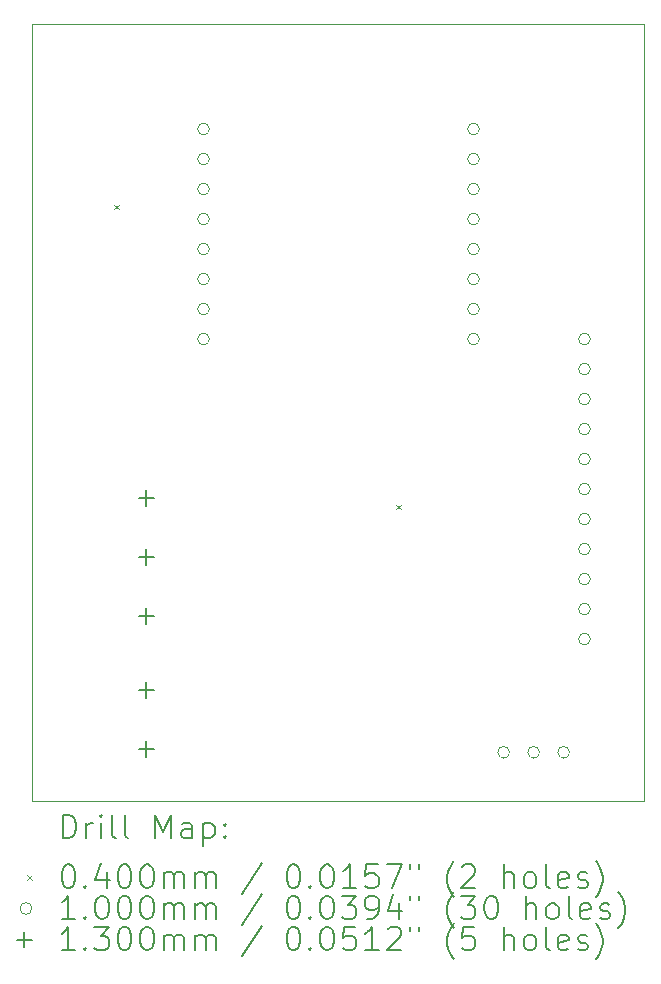
<source format=gbr>
%TF.GenerationSoftware,KiCad,Pcbnew,7.0.9*%
%TF.CreationDate,2023-11-08T10:56:30-08:00*%
%TF.ProjectId,RatGDO-OpenSource-D1Mini-ESP8266,52617447-444f-42d4-9f70-656e536f7572,2.5.0*%
%TF.SameCoordinates,Original*%
%TF.FileFunction,Drillmap*%
%TF.FilePolarity,Positive*%
%FSLAX45Y45*%
G04 Gerber Fmt 4.5, Leading zero omitted, Abs format (unit mm)*
G04 Created by KiCad (PCBNEW 7.0.9) date 2023-11-08 10:56:30*
%MOMM*%
%LPD*%
G01*
G04 APERTURE LIST*
%ADD10C,0.100000*%
%ADD11C,0.200000*%
%ADD12C,0.130000*%
G04 APERTURE END LIST*
D10*
X11506200Y-5715000D02*
X16687800Y-5715000D01*
X16687800Y-12293600D01*
X11506200Y-12293600D01*
X11506200Y-5715000D01*
D11*
D10*
X12197400Y-7244400D02*
X12237400Y-7284400D01*
X12237400Y-7244400D02*
X12197400Y-7284400D01*
X14585000Y-9784400D02*
X14625000Y-9824400D01*
X14625000Y-9784400D02*
X14585000Y-9824400D01*
X13004750Y-6604000D02*
G75*
G03*
X13004750Y-6604000I-50000J0D01*
G01*
X13004750Y-6858000D02*
G75*
G03*
X13004750Y-6858000I-50000J0D01*
G01*
X13004750Y-7112000D02*
G75*
G03*
X13004750Y-7112000I-50000J0D01*
G01*
X13004750Y-7366000D02*
G75*
G03*
X13004750Y-7366000I-50000J0D01*
G01*
X13004750Y-7620000D02*
G75*
G03*
X13004750Y-7620000I-50000J0D01*
G01*
X13004750Y-7874000D02*
G75*
G03*
X13004750Y-7874000I-50000J0D01*
G01*
X13004750Y-8128000D02*
G75*
G03*
X13004750Y-8128000I-50000J0D01*
G01*
X13004750Y-8382000D02*
G75*
G03*
X13004750Y-8382000I-50000J0D01*
G01*
X15290750Y-6604000D02*
G75*
G03*
X15290750Y-6604000I-50000J0D01*
G01*
X15290750Y-6858000D02*
G75*
G03*
X15290750Y-6858000I-50000J0D01*
G01*
X15290750Y-7112000D02*
G75*
G03*
X15290750Y-7112000I-50000J0D01*
G01*
X15290750Y-7366000D02*
G75*
G03*
X15290750Y-7366000I-50000J0D01*
G01*
X15290750Y-7620000D02*
G75*
G03*
X15290750Y-7620000I-50000J0D01*
G01*
X15290750Y-7874000D02*
G75*
G03*
X15290750Y-7874000I-50000J0D01*
G01*
X15290750Y-8128000D02*
G75*
G03*
X15290750Y-8128000I-50000J0D01*
G01*
X15290750Y-8382000D02*
G75*
G03*
X15290750Y-8382000I-50000J0D01*
G01*
X15545470Y-11880370D02*
G75*
G03*
X15545470Y-11880370I-50000J0D01*
G01*
X15799470Y-11880370D02*
G75*
G03*
X15799470Y-11880370I-50000J0D01*
G01*
X16053470Y-11880370D02*
G75*
G03*
X16053470Y-11880370I-50000J0D01*
G01*
X16229800Y-8382000D02*
G75*
G03*
X16229800Y-8382000I-50000J0D01*
G01*
X16229800Y-8636000D02*
G75*
G03*
X16229800Y-8636000I-50000J0D01*
G01*
X16229800Y-8890000D02*
G75*
G03*
X16229800Y-8890000I-50000J0D01*
G01*
X16229800Y-9144000D02*
G75*
G03*
X16229800Y-9144000I-50000J0D01*
G01*
X16229800Y-9398000D02*
G75*
G03*
X16229800Y-9398000I-50000J0D01*
G01*
X16229800Y-9652000D02*
G75*
G03*
X16229800Y-9652000I-50000J0D01*
G01*
X16229800Y-9906000D02*
G75*
G03*
X16229800Y-9906000I-50000J0D01*
G01*
X16229800Y-10160000D02*
G75*
G03*
X16229800Y-10160000I-50000J0D01*
G01*
X16229800Y-10414000D02*
G75*
G03*
X16229800Y-10414000I-50000J0D01*
G01*
X16229800Y-10668000D02*
G75*
G03*
X16229800Y-10668000I-50000J0D01*
G01*
X16229800Y-10922000D02*
G75*
G03*
X16229800Y-10922000I-50000J0D01*
G01*
D12*
X12471400Y-9663200D02*
X12471400Y-9793200D01*
X12406400Y-9728200D02*
X12536400Y-9728200D01*
X12471400Y-10163200D02*
X12471400Y-10293200D01*
X12406400Y-10228200D02*
X12536400Y-10228200D01*
X12471400Y-10663200D02*
X12471400Y-10793200D01*
X12406400Y-10728200D02*
X12536400Y-10728200D01*
X12471400Y-11288800D02*
X12471400Y-11418800D01*
X12406400Y-11353800D02*
X12536400Y-11353800D01*
X12471400Y-11788800D02*
X12471400Y-11918800D01*
X12406400Y-11853800D02*
X12536400Y-11853800D01*
D11*
X11761977Y-12610084D02*
X11761977Y-12410084D01*
X11761977Y-12410084D02*
X11809596Y-12410084D01*
X11809596Y-12410084D02*
X11838167Y-12419608D01*
X11838167Y-12419608D02*
X11857215Y-12438655D01*
X11857215Y-12438655D02*
X11866739Y-12457703D01*
X11866739Y-12457703D02*
X11876262Y-12495798D01*
X11876262Y-12495798D02*
X11876262Y-12524369D01*
X11876262Y-12524369D02*
X11866739Y-12562465D01*
X11866739Y-12562465D02*
X11857215Y-12581512D01*
X11857215Y-12581512D02*
X11838167Y-12600560D01*
X11838167Y-12600560D02*
X11809596Y-12610084D01*
X11809596Y-12610084D02*
X11761977Y-12610084D01*
X11961977Y-12610084D02*
X11961977Y-12476750D01*
X11961977Y-12514846D02*
X11971501Y-12495798D01*
X11971501Y-12495798D02*
X11981024Y-12486274D01*
X11981024Y-12486274D02*
X12000072Y-12476750D01*
X12000072Y-12476750D02*
X12019120Y-12476750D01*
X12085786Y-12610084D02*
X12085786Y-12476750D01*
X12085786Y-12410084D02*
X12076262Y-12419608D01*
X12076262Y-12419608D02*
X12085786Y-12429131D01*
X12085786Y-12429131D02*
X12095310Y-12419608D01*
X12095310Y-12419608D02*
X12085786Y-12410084D01*
X12085786Y-12410084D02*
X12085786Y-12429131D01*
X12209596Y-12610084D02*
X12190548Y-12600560D01*
X12190548Y-12600560D02*
X12181024Y-12581512D01*
X12181024Y-12581512D02*
X12181024Y-12410084D01*
X12314358Y-12610084D02*
X12295310Y-12600560D01*
X12295310Y-12600560D02*
X12285786Y-12581512D01*
X12285786Y-12581512D02*
X12285786Y-12410084D01*
X12542929Y-12610084D02*
X12542929Y-12410084D01*
X12542929Y-12410084D02*
X12609596Y-12552941D01*
X12609596Y-12552941D02*
X12676262Y-12410084D01*
X12676262Y-12410084D02*
X12676262Y-12610084D01*
X12857215Y-12610084D02*
X12857215Y-12505322D01*
X12857215Y-12505322D02*
X12847691Y-12486274D01*
X12847691Y-12486274D02*
X12828643Y-12476750D01*
X12828643Y-12476750D02*
X12790548Y-12476750D01*
X12790548Y-12476750D02*
X12771501Y-12486274D01*
X12857215Y-12600560D02*
X12838167Y-12610084D01*
X12838167Y-12610084D02*
X12790548Y-12610084D01*
X12790548Y-12610084D02*
X12771501Y-12600560D01*
X12771501Y-12600560D02*
X12761977Y-12581512D01*
X12761977Y-12581512D02*
X12761977Y-12562465D01*
X12761977Y-12562465D02*
X12771501Y-12543417D01*
X12771501Y-12543417D02*
X12790548Y-12533893D01*
X12790548Y-12533893D02*
X12838167Y-12533893D01*
X12838167Y-12533893D02*
X12857215Y-12524369D01*
X12952453Y-12476750D02*
X12952453Y-12676750D01*
X12952453Y-12486274D02*
X12971501Y-12476750D01*
X12971501Y-12476750D02*
X13009596Y-12476750D01*
X13009596Y-12476750D02*
X13028643Y-12486274D01*
X13028643Y-12486274D02*
X13038167Y-12495798D01*
X13038167Y-12495798D02*
X13047691Y-12514846D01*
X13047691Y-12514846D02*
X13047691Y-12571988D01*
X13047691Y-12571988D02*
X13038167Y-12591036D01*
X13038167Y-12591036D02*
X13028643Y-12600560D01*
X13028643Y-12600560D02*
X13009596Y-12610084D01*
X13009596Y-12610084D02*
X12971501Y-12610084D01*
X12971501Y-12610084D02*
X12952453Y-12600560D01*
X13133405Y-12591036D02*
X13142929Y-12600560D01*
X13142929Y-12600560D02*
X13133405Y-12610084D01*
X13133405Y-12610084D02*
X13123882Y-12600560D01*
X13123882Y-12600560D02*
X13133405Y-12591036D01*
X13133405Y-12591036D02*
X13133405Y-12610084D01*
X13133405Y-12486274D02*
X13142929Y-12495798D01*
X13142929Y-12495798D02*
X13133405Y-12505322D01*
X13133405Y-12505322D02*
X13123882Y-12495798D01*
X13123882Y-12495798D02*
X13133405Y-12486274D01*
X13133405Y-12486274D02*
X13133405Y-12505322D01*
D10*
X11461200Y-12918600D02*
X11501200Y-12958600D01*
X11501200Y-12918600D02*
X11461200Y-12958600D01*
D11*
X11800072Y-12830084D02*
X11819120Y-12830084D01*
X11819120Y-12830084D02*
X11838167Y-12839608D01*
X11838167Y-12839608D02*
X11847691Y-12849131D01*
X11847691Y-12849131D02*
X11857215Y-12868179D01*
X11857215Y-12868179D02*
X11866739Y-12906274D01*
X11866739Y-12906274D02*
X11866739Y-12953893D01*
X11866739Y-12953893D02*
X11857215Y-12991988D01*
X11857215Y-12991988D02*
X11847691Y-13011036D01*
X11847691Y-13011036D02*
X11838167Y-13020560D01*
X11838167Y-13020560D02*
X11819120Y-13030084D01*
X11819120Y-13030084D02*
X11800072Y-13030084D01*
X11800072Y-13030084D02*
X11781024Y-13020560D01*
X11781024Y-13020560D02*
X11771501Y-13011036D01*
X11771501Y-13011036D02*
X11761977Y-12991988D01*
X11761977Y-12991988D02*
X11752453Y-12953893D01*
X11752453Y-12953893D02*
X11752453Y-12906274D01*
X11752453Y-12906274D02*
X11761977Y-12868179D01*
X11761977Y-12868179D02*
X11771501Y-12849131D01*
X11771501Y-12849131D02*
X11781024Y-12839608D01*
X11781024Y-12839608D02*
X11800072Y-12830084D01*
X11952453Y-13011036D02*
X11961977Y-13020560D01*
X11961977Y-13020560D02*
X11952453Y-13030084D01*
X11952453Y-13030084D02*
X11942929Y-13020560D01*
X11942929Y-13020560D02*
X11952453Y-13011036D01*
X11952453Y-13011036D02*
X11952453Y-13030084D01*
X12133405Y-12896750D02*
X12133405Y-13030084D01*
X12085786Y-12820560D02*
X12038167Y-12963417D01*
X12038167Y-12963417D02*
X12161977Y-12963417D01*
X12276262Y-12830084D02*
X12295310Y-12830084D01*
X12295310Y-12830084D02*
X12314358Y-12839608D01*
X12314358Y-12839608D02*
X12323882Y-12849131D01*
X12323882Y-12849131D02*
X12333405Y-12868179D01*
X12333405Y-12868179D02*
X12342929Y-12906274D01*
X12342929Y-12906274D02*
X12342929Y-12953893D01*
X12342929Y-12953893D02*
X12333405Y-12991988D01*
X12333405Y-12991988D02*
X12323882Y-13011036D01*
X12323882Y-13011036D02*
X12314358Y-13020560D01*
X12314358Y-13020560D02*
X12295310Y-13030084D01*
X12295310Y-13030084D02*
X12276262Y-13030084D01*
X12276262Y-13030084D02*
X12257215Y-13020560D01*
X12257215Y-13020560D02*
X12247691Y-13011036D01*
X12247691Y-13011036D02*
X12238167Y-12991988D01*
X12238167Y-12991988D02*
X12228643Y-12953893D01*
X12228643Y-12953893D02*
X12228643Y-12906274D01*
X12228643Y-12906274D02*
X12238167Y-12868179D01*
X12238167Y-12868179D02*
X12247691Y-12849131D01*
X12247691Y-12849131D02*
X12257215Y-12839608D01*
X12257215Y-12839608D02*
X12276262Y-12830084D01*
X12466739Y-12830084D02*
X12485786Y-12830084D01*
X12485786Y-12830084D02*
X12504834Y-12839608D01*
X12504834Y-12839608D02*
X12514358Y-12849131D01*
X12514358Y-12849131D02*
X12523882Y-12868179D01*
X12523882Y-12868179D02*
X12533405Y-12906274D01*
X12533405Y-12906274D02*
X12533405Y-12953893D01*
X12533405Y-12953893D02*
X12523882Y-12991988D01*
X12523882Y-12991988D02*
X12514358Y-13011036D01*
X12514358Y-13011036D02*
X12504834Y-13020560D01*
X12504834Y-13020560D02*
X12485786Y-13030084D01*
X12485786Y-13030084D02*
X12466739Y-13030084D01*
X12466739Y-13030084D02*
X12447691Y-13020560D01*
X12447691Y-13020560D02*
X12438167Y-13011036D01*
X12438167Y-13011036D02*
X12428643Y-12991988D01*
X12428643Y-12991988D02*
X12419120Y-12953893D01*
X12419120Y-12953893D02*
X12419120Y-12906274D01*
X12419120Y-12906274D02*
X12428643Y-12868179D01*
X12428643Y-12868179D02*
X12438167Y-12849131D01*
X12438167Y-12849131D02*
X12447691Y-12839608D01*
X12447691Y-12839608D02*
X12466739Y-12830084D01*
X12619120Y-13030084D02*
X12619120Y-12896750D01*
X12619120Y-12915798D02*
X12628643Y-12906274D01*
X12628643Y-12906274D02*
X12647691Y-12896750D01*
X12647691Y-12896750D02*
X12676263Y-12896750D01*
X12676263Y-12896750D02*
X12695310Y-12906274D01*
X12695310Y-12906274D02*
X12704834Y-12925322D01*
X12704834Y-12925322D02*
X12704834Y-13030084D01*
X12704834Y-12925322D02*
X12714358Y-12906274D01*
X12714358Y-12906274D02*
X12733405Y-12896750D01*
X12733405Y-12896750D02*
X12761977Y-12896750D01*
X12761977Y-12896750D02*
X12781024Y-12906274D01*
X12781024Y-12906274D02*
X12790548Y-12925322D01*
X12790548Y-12925322D02*
X12790548Y-13030084D01*
X12885786Y-13030084D02*
X12885786Y-12896750D01*
X12885786Y-12915798D02*
X12895310Y-12906274D01*
X12895310Y-12906274D02*
X12914358Y-12896750D01*
X12914358Y-12896750D02*
X12942929Y-12896750D01*
X12942929Y-12896750D02*
X12961977Y-12906274D01*
X12961977Y-12906274D02*
X12971501Y-12925322D01*
X12971501Y-12925322D02*
X12971501Y-13030084D01*
X12971501Y-12925322D02*
X12981024Y-12906274D01*
X12981024Y-12906274D02*
X13000072Y-12896750D01*
X13000072Y-12896750D02*
X13028643Y-12896750D01*
X13028643Y-12896750D02*
X13047691Y-12906274D01*
X13047691Y-12906274D02*
X13057215Y-12925322D01*
X13057215Y-12925322D02*
X13057215Y-13030084D01*
X13447691Y-12820560D02*
X13276263Y-13077703D01*
X13704834Y-12830084D02*
X13723882Y-12830084D01*
X13723882Y-12830084D02*
X13742929Y-12839608D01*
X13742929Y-12839608D02*
X13752453Y-12849131D01*
X13752453Y-12849131D02*
X13761977Y-12868179D01*
X13761977Y-12868179D02*
X13771501Y-12906274D01*
X13771501Y-12906274D02*
X13771501Y-12953893D01*
X13771501Y-12953893D02*
X13761977Y-12991988D01*
X13761977Y-12991988D02*
X13752453Y-13011036D01*
X13752453Y-13011036D02*
X13742929Y-13020560D01*
X13742929Y-13020560D02*
X13723882Y-13030084D01*
X13723882Y-13030084D02*
X13704834Y-13030084D01*
X13704834Y-13030084D02*
X13685786Y-13020560D01*
X13685786Y-13020560D02*
X13676263Y-13011036D01*
X13676263Y-13011036D02*
X13666739Y-12991988D01*
X13666739Y-12991988D02*
X13657215Y-12953893D01*
X13657215Y-12953893D02*
X13657215Y-12906274D01*
X13657215Y-12906274D02*
X13666739Y-12868179D01*
X13666739Y-12868179D02*
X13676263Y-12849131D01*
X13676263Y-12849131D02*
X13685786Y-12839608D01*
X13685786Y-12839608D02*
X13704834Y-12830084D01*
X13857215Y-13011036D02*
X13866739Y-13020560D01*
X13866739Y-13020560D02*
X13857215Y-13030084D01*
X13857215Y-13030084D02*
X13847691Y-13020560D01*
X13847691Y-13020560D02*
X13857215Y-13011036D01*
X13857215Y-13011036D02*
X13857215Y-13030084D01*
X13990548Y-12830084D02*
X14009596Y-12830084D01*
X14009596Y-12830084D02*
X14028644Y-12839608D01*
X14028644Y-12839608D02*
X14038167Y-12849131D01*
X14038167Y-12849131D02*
X14047691Y-12868179D01*
X14047691Y-12868179D02*
X14057215Y-12906274D01*
X14057215Y-12906274D02*
X14057215Y-12953893D01*
X14057215Y-12953893D02*
X14047691Y-12991988D01*
X14047691Y-12991988D02*
X14038167Y-13011036D01*
X14038167Y-13011036D02*
X14028644Y-13020560D01*
X14028644Y-13020560D02*
X14009596Y-13030084D01*
X14009596Y-13030084D02*
X13990548Y-13030084D01*
X13990548Y-13030084D02*
X13971501Y-13020560D01*
X13971501Y-13020560D02*
X13961977Y-13011036D01*
X13961977Y-13011036D02*
X13952453Y-12991988D01*
X13952453Y-12991988D02*
X13942929Y-12953893D01*
X13942929Y-12953893D02*
X13942929Y-12906274D01*
X13942929Y-12906274D02*
X13952453Y-12868179D01*
X13952453Y-12868179D02*
X13961977Y-12849131D01*
X13961977Y-12849131D02*
X13971501Y-12839608D01*
X13971501Y-12839608D02*
X13990548Y-12830084D01*
X14247691Y-13030084D02*
X14133406Y-13030084D01*
X14190548Y-13030084D02*
X14190548Y-12830084D01*
X14190548Y-12830084D02*
X14171501Y-12858655D01*
X14171501Y-12858655D02*
X14152453Y-12877703D01*
X14152453Y-12877703D02*
X14133406Y-12887227D01*
X14428644Y-12830084D02*
X14333406Y-12830084D01*
X14333406Y-12830084D02*
X14323882Y-12925322D01*
X14323882Y-12925322D02*
X14333406Y-12915798D01*
X14333406Y-12915798D02*
X14352453Y-12906274D01*
X14352453Y-12906274D02*
X14400072Y-12906274D01*
X14400072Y-12906274D02*
X14419120Y-12915798D01*
X14419120Y-12915798D02*
X14428644Y-12925322D01*
X14428644Y-12925322D02*
X14438167Y-12944369D01*
X14438167Y-12944369D02*
X14438167Y-12991988D01*
X14438167Y-12991988D02*
X14428644Y-13011036D01*
X14428644Y-13011036D02*
X14419120Y-13020560D01*
X14419120Y-13020560D02*
X14400072Y-13030084D01*
X14400072Y-13030084D02*
X14352453Y-13030084D01*
X14352453Y-13030084D02*
X14333406Y-13020560D01*
X14333406Y-13020560D02*
X14323882Y-13011036D01*
X14504834Y-12830084D02*
X14638167Y-12830084D01*
X14638167Y-12830084D02*
X14552453Y-13030084D01*
X14704834Y-12830084D02*
X14704834Y-12868179D01*
X14781025Y-12830084D02*
X14781025Y-12868179D01*
X15076263Y-13106274D02*
X15066739Y-13096750D01*
X15066739Y-13096750D02*
X15047691Y-13068179D01*
X15047691Y-13068179D02*
X15038168Y-13049131D01*
X15038168Y-13049131D02*
X15028644Y-13020560D01*
X15028644Y-13020560D02*
X15019120Y-12972941D01*
X15019120Y-12972941D02*
X15019120Y-12934846D01*
X15019120Y-12934846D02*
X15028644Y-12887227D01*
X15028644Y-12887227D02*
X15038168Y-12858655D01*
X15038168Y-12858655D02*
X15047691Y-12839608D01*
X15047691Y-12839608D02*
X15066739Y-12811036D01*
X15066739Y-12811036D02*
X15076263Y-12801512D01*
X15142929Y-12849131D02*
X15152453Y-12839608D01*
X15152453Y-12839608D02*
X15171501Y-12830084D01*
X15171501Y-12830084D02*
X15219120Y-12830084D01*
X15219120Y-12830084D02*
X15238168Y-12839608D01*
X15238168Y-12839608D02*
X15247691Y-12849131D01*
X15247691Y-12849131D02*
X15257215Y-12868179D01*
X15257215Y-12868179D02*
X15257215Y-12887227D01*
X15257215Y-12887227D02*
X15247691Y-12915798D01*
X15247691Y-12915798D02*
X15133406Y-13030084D01*
X15133406Y-13030084D02*
X15257215Y-13030084D01*
X15495310Y-13030084D02*
X15495310Y-12830084D01*
X15581025Y-13030084D02*
X15581025Y-12925322D01*
X15581025Y-12925322D02*
X15571501Y-12906274D01*
X15571501Y-12906274D02*
X15552453Y-12896750D01*
X15552453Y-12896750D02*
X15523882Y-12896750D01*
X15523882Y-12896750D02*
X15504834Y-12906274D01*
X15504834Y-12906274D02*
X15495310Y-12915798D01*
X15704834Y-13030084D02*
X15685787Y-13020560D01*
X15685787Y-13020560D02*
X15676263Y-13011036D01*
X15676263Y-13011036D02*
X15666739Y-12991988D01*
X15666739Y-12991988D02*
X15666739Y-12934846D01*
X15666739Y-12934846D02*
X15676263Y-12915798D01*
X15676263Y-12915798D02*
X15685787Y-12906274D01*
X15685787Y-12906274D02*
X15704834Y-12896750D01*
X15704834Y-12896750D02*
X15733406Y-12896750D01*
X15733406Y-12896750D02*
X15752453Y-12906274D01*
X15752453Y-12906274D02*
X15761977Y-12915798D01*
X15761977Y-12915798D02*
X15771501Y-12934846D01*
X15771501Y-12934846D02*
X15771501Y-12991988D01*
X15771501Y-12991988D02*
X15761977Y-13011036D01*
X15761977Y-13011036D02*
X15752453Y-13020560D01*
X15752453Y-13020560D02*
X15733406Y-13030084D01*
X15733406Y-13030084D02*
X15704834Y-13030084D01*
X15885787Y-13030084D02*
X15866739Y-13020560D01*
X15866739Y-13020560D02*
X15857215Y-13001512D01*
X15857215Y-13001512D02*
X15857215Y-12830084D01*
X16038168Y-13020560D02*
X16019120Y-13030084D01*
X16019120Y-13030084D02*
X15981025Y-13030084D01*
X15981025Y-13030084D02*
X15961977Y-13020560D01*
X15961977Y-13020560D02*
X15952453Y-13001512D01*
X15952453Y-13001512D02*
X15952453Y-12925322D01*
X15952453Y-12925322D02*
X15961977Y-12906274D01*
X15961977Y-12906274D02*
X15981025Y-12896750D01*
X15981025Y-12896750D02*
X16019120Y-12896750D01*
X16019120Y-12896750D02*
X16038168Y-12906274D01*
X16038168Y-12906274D02*
X16047691Y-12925322D01*
X16047691Y-12925322D02*
X16047691Y-12944369D01*
X16047691Y-12944369D02*
X15952453Y-12963417D01*
X16123882Y-13020560D02*
X16142930Y-13030084D01*
X16142930Y-13030084D02*
X16181025Y-13030084D01*
X16181025Y-13030084D02*
X16200072Y-13020560D01*
X16200072Y-13020560D02*
X16209596Y-13001512D01*
X16209596Y-13001512D02*
X16209596Y-12991988D01*
X16209596Y-12991988D02*
X16200072Y-12972941D01*
X16200072Y-12972941D02*
X16181025Y-12963417D01*
X16181025Y-12963417D02*
X16152453Y-12963417D01*
X16152453Y-12963417D02*
X16133406Y-12953893D01*
X16133406Y-12953893D02*
X16123882Y-12934846D01*
X16123882Y-12934846D02*
X16123882Y-12925322D01*
X16123882Y-12925322D02*
X16133406Y-12906274D01*
X16133406Y-12906274D02*
X16152453Y-12896750D01*
X16152453Y-12896750D02*
X16181025Y-12896750D01*
X16181025Y-12896750D02*
X16200072Y-12906274D01*
X16276263Y-13106274D02*
X16285787Y-13096750D01*
X16285787Y-13096750D02*
X16304834Y-13068179D01*
X16304834Y-13068179D02*
X16314358Y-13049131D01*
X16314358Y-13049131D02*
X16323882Y-13020560D01*
X16323882Y-13020560D02*
X16333406Y-12972941D01*
X16333406Y-12972941D02*
X16333406Y-12934846D01*
X16333406Y-12934846D02*
X16323882Y-12887227D01*
X16323882Y-12887227D02*
X16314358Y-12858655D01*
X16314358Y-12858655D02*
X16304834Y-12839608D01*
X16304834Y-12839608D02*
X16285787Y-12811036D01*
X16285787Y-12811036D02*
X16276263Y-12801512D01*
D10*
X11501200Y-13202600D02*
G75*
G03*
X11501200Y-13202600I-50000J0D01*
G01*
D11*
X11866739Y-13294084D02*
X11752453Y-13294084D01*
X11809596Y-13294084D02*
X11809596Y-13094084D01*
X11809596Y-13094084D02*
X11790548Y-13122655D01*
X11790548Y-13122655D02*
X11771501Y-13141703D01*
X11771501Y-13141703D02*
X11752453Y-13151227D01*
X11952453Y-13275036D02*
X11961977Y-13284560D01*
X11961977Y-13284560D02*
X11952453Y-13294084D01*
X11952453Y-13294084D02*
X11942929Y-13284560D01*
X11942929Y-13284560D02*
X11952453Y-13275036D01*
X11952453Y-13275036D02*
X11952453Y-13294084D01*
X12085786Y-13094084D02*
X12104834Y-13094084D01*
X12104834Y-13094084D02*
X12123882Y-13103608D01*
X12123882Y-13103608D02*
X12133405Y-13113131D01*
X12133405Y-13113131D02*
X12142929Y-13132179D01*
X12142929Y-13132179D02*
X12152453Y-13170274D01*
X12152453Y-13170274D02*
X12152453Y-13217893D01*
X12152453Y-13217893D02*
X12142929Y-13255988D01*
X12142929Y-13255988D02*
X12133405Y-13275036D01*
X12133405Y-13275036D02*
X12123882Y-13284560D01*
X12123882Y-13284560D02*
X12104834Y-13294084D01*
X12104834Y-13294084D02*
X12085786Y-13294084D01*
X12085786Y-13294084D02*
X12066739Y-13284560D01*
X12066739Y-13284560D02*
X12057215Y-13275036D01*
X12057215Y-13275036D02*
X12047691Y-13255988D01*
X12047691Y-13255988D02*
X12038167Y-13217893D01*
X12038167Y-13217893D02*
X12038167Y-13170274D01*
X12038167Y-13170274D02*
X12047691Y-13132179D01*
X12047691Y-13132179D02*
X12057215Y-13113131D01*
X12057215Y-13113131D02*
X12066739Y-13103608D01*
X12066739Y-13103608D02*
X12085786Y-13094084D01*
X12276262Y-13094084D02*
X12295310Y-13094084D01*
X12295310Y-13094084D02*
X12314358Y-13103608D01*
X12314358Y-13103608D02*
X12323882Y-13113131D01*
X12323882Y-13113131D02*
X12333405Y-13132179D01*
X12333405Y-13132179D02*
X12342929Y-13170274D01*
X12342929Y-13170274D02*
X12342929Y-13217893D01*
X12342929Y-13217893D02*
X12333405Y-13255988D01*
X12333405Y-13255988D02*
X12323882Y-13275036D01*
X12323882Y-13275036D02*
X12314358Y-13284560D01*
X12314358Y-13284560D02*
X12295310Y-13294084D01*
X12295310Y-13294084D02*
X12276262Y-13294084D01*
X12276262Y-13294084D02*
X12257215Y-13284560D01*
X12257215Y-13284560D02*
X12247691Y-13275036D01*
X12247691Y-13275036D02*
X12238167Y-13255988D01*
X12238167Y-13255988D02*
X12228643Y-13217893D01*
X12228643Y-13217893D02*
X12228643Y-13170274D01*
X12228643Y-13170274D02*
X12238167Y-13132179D01*
X12238167Y-13132179D02*
X12247691Y-13113131D01*
X12247691Y-13113131D02*
X12257215Y-13103608D01*
X12257215Y-13103608D02*
X12276262Y-13094084D01*
X12466739Y-13094084D02*
X12485786Y-13094084D01*
X12485786Y-13094084D02*
X12504834Y-13103608D01*
X12504834Y-13103608D02*
X12514358Y-13113131D01*
X12514358Y-13113131D02*
X12523882Y-13132179D01*
X12523882Y-13132179D02*
X12533405Y-13170274D01*
X12533405Y-13170274D02*
X12533405Y-13217893D01*
X12533405Y-13217893D02*
X12523882Y-13255988D01*
X12523882Y-13255988D02*
X12514358Y-13275036D01*
X12514358Y-13275036D02*
X12504834Y-13284560D01*
X12504834Y-13284560D02*
X12485786Y-13294084D01*
X12485786Y-13294084D02*
X12466739Y-13294084D01*
X12466739Y-13294084D02*
X12447691Y-13284560D01*
X12447691Y-13284560D02*
X12438167Y-13275036D01*
X12438167Y-13275036D02*
X12428643Y-13255988D01*
X12428643Y-13255988D02*
X12419120Y-13217893D01*
X12419120Y-13217893D02*
X12419120Y-13170274D01*
X12419120Y-13170274D02*
X12428643Y-13132179D01*
X12428643Y-13132179D02*
X12438167Y-13113131D01*
X12438167Y-13113131D02*
X12447691Y-13103608D01*
X12447691Y-13103608D02*
X12466739Y-13094084D01*
X12619120Y-13294084D02*
X12619120Y-13160750D01*
X12619120Y-13179798D02*
X12628643Y-13170274D01*
X12628643Y-13170274D02*
X12647691Y-13160750D01*
X12647691Y-13160750D02*
X12676263Y-13160750D01*
X12676263Y-13160750D02*
X12695310Y-13170274D01*
X12695310Y-13170274D02*
X12704834Y-13189322D01*
X12704834Y-13189322D02*
X12704834Y-13294084D01*
X12704834Y-13189322D02*
X12714358Y-13170274D01*
X12714358Y-13170274D02*
X12733405Y-13160750D01*
X12733405Y-13160750D02*
X12761977Y-13160750D01*
X12761977Y-13160750D02*
X12781024Y-13170274D01*
X12781024Y-13170274D02*
X12790548Y-13189322D01*
X12790548Y-13189322D02*
X12790548Y-13294084D01*
X12885786Y-13294084D02*
X12885786Y-13160750D01*
X12885786Y-13179798D02*
X12895310Y-13170274D01*
X12895310Y-13170274D02*
X12914358Y-13160750D01*
X12914358Y-13160750D02*
X12942929Y-13160750D01*
X12942929Y-13160750D02*
X12961977Y-13170274D01*
X12961977Y-13170274D02*
X12971501Y-13189322D01*
X12971501Y-13189322D02*
X12971501Y-13294084D01*
X12971501Y-13189322D02*
X12981024Y-13170274D01*
X12981024Y-13170274D02*
X13000072Y-13160750D01*
X13000072Y-13160750D02*
X13028643Y-13160750D01*
X13028643Y-13160750D02*
X13047691Y-13170274D01*
X13047691Y-13170274D02*
X13057215Y-13189322D01*
X13057215Y-13189322D02*
X13057215Y-13294084D01*
X13447691Y-13084560D02*
X13276263Y-13341703D01*
X13704834Y-13094084D02*
X13723882Y-13094084D01*
X13723882Y-13094084D02*
X13742929Y-13103608D01*
X13742929Y-13103608D02*
X13752453Y-13113131D01*
X13752453Y-13113131D02*
X13761977Y-13132179D01*
X13761977Y-13132179D02*
X13771501Y-13170274D01*
X13771501Y-13170274D02*
X13771501Y-13217893D01*
X13771501Y-13217893D02*
X13761977Y-13255988D01*
X13761977Y-13255988D02*
X13752453Y-13275036D01*
X13752453Y-13275036D02*
X13742929Y-13284560D01*
X13742929Y-13284560D02*
X13723882Y-13294084D01*
X13723882Y-13294084D02*
X13704834Y-13294084D01*
X13704834Y-13294084D02*
X13685786Y-13284560D01*
X13685786Y-13284560D02*
X13676263Y-13275036D01*
X13676263Y-13275036D02*
X13666739Y-13255988D01*
X13666739Y-13255988D02*
X13657215Y-13217893D01*
X13657215Y-13217893D02*
X13657215Y-13170274D01*
X13657215Y-13170274D02*
X13666739Y-13132179D01*
X13666739Y-13132179D02*
X13676263Y-13113131D01*
X13676263Y-13113131D02*
X13685786Y-13103608D01*
X13685786Y-13103608D02*
X13704834Y-13094084D01*
X13857215Y-13275036D02*
X13866739Y-13284560D01*
X13866739Y-13284560D02*
X13857215Y-13294084D01*
X13857215Y-13294084D02*
X13847691Y-13284560D01*
X13847691Y-13284560D02*
X13857215Y-13275036D01*
X13857215Y-13275036D02*
X13857215Y-13294084D01*
X13990548Y-13094084D02*
X14009596Y-13094084D01*
X14009596Y-13094084D02*
X14028644Y-13103608D01*
X14028644Y-13103608D02*
X14038167Y-13113131D01*
X14038167Y-13113131D02*
X14047691Y-13132179D01*
X14047691Y-13132179D02*
X14057215Y-13170274D01*
X14057215Y-13170274D02*
X14057215Y-13217893D01*
X14057215Y-13217893D02*
X14047691Y-13255988D01*
X14047691Y-13255988D02*
X14038167Y-13275036D01*
X14038167Y-13275036D02*
X14028644Y-13284560D01*
X14028644Y-13284560D02*
X14009596Y-13294084D01*
X14009596Y-13294084D02*
X13990548Y-13294084D01*
X13990548Y-13294084D02*
X13971501Y-13284560D01*
X13971501Y-13284560D02*
X13961977Y-13275036D01*
X13961977Y-13275036D02*
X13952453Y-13255988D01*
X13952453Y-13255988D02*
X13942929Y-13217893D01*
X13942929Y-13217893D02*
X13942929Y-13170274D01*
X13942929Y-13170274D02*
X13952453Y-13132179D01*
X13952453Y-13132179D02*
X13961977Y-13113131D01*
X13961977Y-13113131D02*
X13971501Y-13103608D01*
X13971501Y-13103608D02*
X13990548Y-13094084D01*
X14123882Y-13094084D02*
X14247691Y-13094084D01*
X14247691Y-13094084D02*
X14181025Y-13170274D01*
X14181025Y-13170274D02*
X14209596Y-13170274D01*
X14209596Y-13170274D02*
X14228644Y-13179798D01*
X14228644Y-13179798D02*
X14238167Y-13189322D01*
X14238167Y-13189322D02*
X14247691Y-13208369D01*
X14247691Y-13208369D02*
X14247691Y-13255988D01*
X14247691Y-13255988D02*
X14238167Y-13275036D01*
X14238167Y-13275036D02*
X14228644Y-13284560D01*
X14228644Y-13284560D02*
X14209596Y-13294084D01*
X14209596Y-13294084D02*
X14152453Y-13294084D01*
X14152453Y-13294084D02*
X14133406Y-13284560D01*
X14133406Y-13284560D02*
X14123882Y-13275036D01*
X14342929Y-13294084D02*
X14381025Y-13294084D01*
X14381025Y-13294084D02*
X14400072Y-13284560D01*
X14400072Y-13284560D02*
X14409596Y-13275036D01*
X14409596Y-13275036D02*
X14428644Y-13246465D01*
X14428644Y-13246465D02*
X14438167Y-13208369D01*
X14438167Y-13208369D02*
X14438167Y-13132179D01*
X14438167Y-13132179D02*
X14428644Y-13113131D01*
X14428644Y-13113131D02*
X14419120Y-13103608D01*
X14419120Y-13103608D02*
X14400072Y-13094084D01*
X14400072Y-13094084D02*
X14361977Y-13094084D01*
X14361977Y-13094084D02*
X14342929Y-13103608D01*
X14342929Y-13103608D02*
X14333406Y-13113131D01*
X14333406Y-13113131D02*
X14323882Y-13132179D01*
X14323882Y-13132179D02*
X14323882Y-13179798D01*
X14323882Y-13179798D02*
X14333406Y-13198846D01*
X14333406Y-13198846D02*
X14342929Y-13208369D01*
X14342929Y-13208369D02*
X14361977Y-13217893D01*
X14361977Y-13217893D02*
X14400072Y-13217893D01*
X14400072Y-13217893D02*
X14419120Y-13208369D01*
X14419120Y-13208369D02*
X14428644Y-13198846D01*
X14428644Y-13198846D02*
X14438167Y-13179798D01*
X14609596Y-13160750D02*
X14609596Y-13294084D01*
X14561977Y-13084560D02*
X14514358Y-13227417D01*
X14514358Y-13227417D02*
X14638167Y-13227417D01*
X14704834Y-13094084D02*
X14704834Y-13132179D01*
X14781025Y-13094084D02*
X14781025Y-13132179D01*
X15076263Y-13370274D02*
X15066739Y-13360750D01*
X15066739Y-13360750D02*
X15047691Y-13332179D01*
X15047691Y-13332179D02*
X15038168Y-13313131D01*
X15038168Y-13313131D02*
X15028644Y-13284560D01*
X15028644Y-13284560D02*
X15019120Y-13236941D01*
X15019120Y-13236941D02*
X15019120Y-13198846D01*
X15019120Y-13198846D02*
X15028644Y-13151227D01*
X15028644Y-13151227D02*
X15038168Y-13122655D01*
X15038168Y-13122655D02*
X15047691Y-13103608D01*
X15047691Y-13103608D02*
X15066739Y-13075036D01*
X15066739Y-13075036D02*
X15076263Y-13065512D01*
X15133406Y-13094084D02*
X15257215Y-13094084D01*
X15257215Y-13094084D02*
X15190548Y-13170274D01*
X15190548Y-13170274D02*
X15219120Y-13170274D01*
X15219120Y-13170274D02*
X15238168Y-13179798D01*
X15238168Y-13179798D02*
X15247691Y-13189322D01*
X15247691Y-13189322D02*
X15257215Y-13208369D01*
X15257215Y-13208369D02*
X15257215Y-13255988D01*
X15257215Y-13255988D02*
X15247691Y-13275036D01*
X15247691Y-13275036D02*
X15238168Y-13284560D01*
X15238168Y-13284560D02*
X15219120Y-13294084D01*
X15219120Y-13294084D02*
X15161977Y-13294084D01*
X15161977Y-13294084D02*
X15142929Y-13284560D01*
X15142929Y-13284560D02*
X15133406Y-13275036D01*
X15381025Y-13094084D02*
X15400072Y-13094084D01*
X15400072Y-13094084D02*
X15419120Y-13103608D01*
X15419120Y-13103608D02*
X15428644Y-13113131D01*
X15428644Y-13113131D02*
X15438168Y-13132179D01*
X15438168Y-13132179D02*
X15447691Y-13170274D01*
X15447691Y-13170274D02*
X15447691Y-13217893D01*
X15447691Y-13217893D02*
X15438168Y-13255988D01*
X15438168Y-13255988D02*
X15428644Y-13275036D01*
X15428644Y-13275036D02*
X15419120Y-13284560D01*
X15419120Y-13284560D02*
X15400072Y-13294084D01*
X15400072Y-13294084D02*
X15381025Y-13294084D01*
X15381025Y-13294084D02*
X15361977Y-13284560D01*
X15361977Y-13284560D02*
X15352453Y-13275036D01*
X15352453Y-13275036D02*
X15342929Y-13255988D01*
X15342929Y-13255988D02*
X15333406Y-13217893D01*
X15333406Y-13217893D02*
X15333406Y-13170274D01*
X15333406Y-13170274D02*
X15342929Y-13132179D01*
X15342929Y-13132179D02*
X15352453Y-13113131D01*
X15352453Y-13113131D02*
X15361977Y-13103608D01*
X15361977Y-13103608D02*
X15381025Y-13094084D01*
X15685787Y-13294084D02*
X15685787Y-13094084D01*
X15771501Y-13294084D02*
X15771501Y-13189322D01*
X15771501Y-13189322D02*
X15761977Y-13170274D01*
X15761977Y-13170274D02*
X15742930Y-13160750D01*
X15742930Y-13160750D02*
X15714358Y-13160750D01*
X15714358Y-13160750D02*
X15695310Y-13170274D01*
X15695310Y-13170274D02*
X15685787Y-13179798D01*
X15895310Y-13294084D02*
X15876263Y-13284560D01*
X15876263Y-13284560D02*
X15866739Y-13275036D01*
X15866739Y-13275036D02*
X15857215Y-13255988D01*
X15857215Y-13255988D02*
X15857215Y-13198846D01*
X15857215Y-13198846D02*
X15866739Y-13179798D01*
X15866739Y-13179798D02*
X15876263Y-13170274D01*
X15876263Y-13170274D02*
X15895310Y-13160750D01*
X15895310Y-13160750D02*
X15923882Y-13160750D01*
X15923882Y-13160750D02*
X15942930Y-13170274D01*
X15942930Y-13170274D02*
X15952453Y-13179798D01*
X15952453Y-13179798D02*
X15961977Y-13198846D01*
X15961977Y-13198846D02*
X15961977Y-13255988D01*
X15961977Y-13255988D02*
X15952453Y-13275036D01*
X15952453Y-13275036D02*
X15942930Y-13284560D01*
X15942930Y-13284560D02*
X15923882Y-13294084D01*
X15923882Y-13294084D02*
X15895310Y-13294084D01*
X16076263Y-13294084D02*
X16057215Y-13284560D01*
X16057215Y-13284560D02*
X16047691Y-13265512D01*
X16047691Y-13265512D02*
X16047691Y-13094084D01*
X16228644Y-13284560D02*
X16209596Y-13294084D01*
X16209596Y-13294084D02*
X16171501Y-13294084D01*
X16171501Y-13294084D02*
X16152453Y-13284560D01*
X16152453Y-13284560D02*
X16142930Y-13265512D01*
X16142930Y-13265512D02*
X16142930Y-13189322D01*
X16142930Y-13189322D02*
X16152453Y-13170274D01*
X16152453Y-13170274D02*
X16171501Y-13160750D01*
X16171501Y-13160750D02*
X16209596Y-13160750D01*
X16209596Y-13160750D02*
X16228644Y-13170274D01*
X16228644Y-13170274D02*
X16238168Y-13189322D01*
X16238168Y-13189322D02*
X16238168Y-13208369D01*
X16238168Y-13208369D02*
X16142930Y-13227417D01*
X16314358Y-13284560D02*
X16333406Y-13294084D01*
X16333406Y-13294084D02*
X16371501Y-13294084D01*
X16371501Y-13294084D02*
X16390549Y-13284560D01*
X16390549Y-13284560D02*
X16400072Y-13265512D01*
X16400072Y-13265512D02*
X16400072Y-13255988D01*
X16400072Y-13255988D02*
X16390549Y-13236941D01*
X16390549Y-13236941D02*
X16371501Y-13227417D01*
X16371501Y-13227417D02*
X16342930Y-13227417D01*
X16342930Y-13227417D02*
X16323882Y-13217893D01*
X16323882Y-13217893D02*
X16314358Y-13198846D01*
X16314358Y-13198846D02*
X16314358Y-13189322D01*
X16314358Y-13189322D02*
X16323882Y-13170274D01*
X16323882Y-13170274D02*
X16342930Y-13160750D01*
X16342930Y-13160750D02*
X16371501Y-13160750D01*
X16371501Y-13160750D02*
X16390549Y-13170274D01*
X16466739Y-13370274D02*
X16476263Y-13360750D01*
X16476263Y-13360750D02*
X16495311Y-13332179D01*
X16495311Y-13332179D02*
X16504834Y-13313131D01*
X16504834Y-13313131D02*
X16514358Y-13284560D01*
X16514358Y-13284560D02*
X16523882Y-13236941D01*
X16523882Y-13236941D02*
X16523882Y-13198846D01*
X16523882Y-13198846D02*
X16514358Y-13151227D01*
X16514358Y-13151227D02*
X16504834Y-13122655D01*
X16504834Y-13122655D02*
X16495311Y-13103608D01*
X16495311Y-13103608D02*
X16476263Y-13075036D01*
X16476263Y-13075036D02*
X16466739Y-13065512D01*
D12*
X11436200Y-13401600D02*
X11436200Y-13531600D01*
X11371200Y-13466600D02*
X11501200Y-13466600D01*
D11*
X11866739Y-13558084D02*
X11752453Y-13558084D01*
X11809596Y-13558084D02*
X11809596Y-13358084D01*
X11809596Y-13358084D02*
X11790548Y-13386655D01*
X11790548Y-13386655D02*
X11771501Y-13405703D01*
X11771501Y-13405703D02*
X11752453Y-13415227D01*
X11952453Y-13539036D02*
X11961977Y-13548560D01*
X11961977Y-13548560D02*
X11952453Y-13558084D01*
X11952453Y-13558084D02*
X11942929Y-13548560D01*
X11942929Y-13548560D02*
X11952453Y-13539036D01*
X11952453Y-13539036D02*
X11952453Y-13558084D01*
X12028643Y-13358084D02*
X12152453Y-13358084D01*
X12152453Y-13358084D02*
X12085786Y-13434274D01*
X12085786Y-13434274D02*
X12114358Y-13434274D01*
X12114358Y-13434274D02*
X12133405Y-13443798D01*
X12133405Y-13443798D02*
X12142929Y-13453322D01*
X12142929Y-13453322D02*
X12152453Y-13472369D01*
X12152453Y-13472369D02*
X12152453Y-13519988D01*
X12152453Y-13519988D02*
X12142929Y-13539036D01*
X12142929Y-13539036D02*
X12133405Y-13548560D01*
X12133405Y-13548560D02*
X12114358Y-13558084D01*
X12114358Y-13558084D02*
X12057215Y-13558084D01*
X12057215Y-13558084D02*
X12038167Y-13548560D01*
X12038167Y-13548560D02*
X12028643Y-13539036D01*
X12276262Y-13358084D02*
X12295310Y-13358084D01*
X12295310Y-13358084D02*
X12314358Y-13367608D01*
X12314358Y-13367608D02*
X12323882Y-13377131D01*
X12323882Y-13377131D02*
X12333405Y-13396179D01*
X12333405Y-13396179D02*
X12342929Y-13434274D01*
X12342929Y-13434274D02*
X12342929Y-13481893D01*
X12342929Y-13481893D02*
X12333405Y-13519988D01*
X12333405Y-13519988D02*
X12323882Y-13539036D01*
X12323882Y-13539036D02*
X12314358Y-13548560D01*
X12314358Y-13548560D02*
X12295310Y-13558084D01*
X12295310Y-13558084D02*
X12276262Y-13558084D01*
X12276262Y-13558084D02*
X12257215Y-13548560D01*
X12257215Y-13548560D02*
X12247691Y-13539036D01*
X12247691Y-13539036D02*
X12238167Y-13519988D01*
X12238167Y-13519988D02*
X12228643Y-13481893D01*
X12228643Y-13481893D02*
X12228643Y-13434274D01*
X12228643Y-13434274D02*
X12238167Y-13396179D01*
X12238167Y-13396179D02*
X12247691Y-13377131D01*
X12247691Y-13377131D02*
X12257215Y-13367608D01*
X12257215Y-13367608D02*
X12276262Y-13358084D01*
X12466739Y-13358084D02*
X12485786Y-13358084D01*
X12485786Y-13358084D02*
X12504834Y-13367608D01*
X12504834Y-13367608D02*
X12514358Y-13377131D01*
X12514358Y-13377131D02*
X12523882Y-13396179D01*
X12523882Y-13396179D02*
X12533405Y-13434274D01*
X12533405Y-13434274D02*
X12533405Y-13481893D01*
X12533405Y-13481893D02*
X12523882Y-13519988D01*
X12523882Y-13519988D02*
X12514358Y-13539036D01*
X12514358Y-13539036D02*
X12504834Y-13548560D01*
X12504834Y-13548560D02*
X12485786Y-13558084D01*
X12485786Y-13558084D02*
X12466739Y-13558084D01*
X12466739Y-13558084D02*
X12447691Y-13548560D01*
X12447691Y-13548560D02*
X12438167Y-13539036D01*
X12438167Y-13539036D02*
X12428643Y-13519988D01*
X12428643Y-13519988D02*
X12419120Y-13481893D01*
X12419120Y-13481893D02*
X12419120Y-13434274D01*
X12419120Y-13434274D02*
X12428643Y-13396179D01*
X12428643Y-13396179D02*
X12438167Y-13377131D01*
X12438167Y-13377131D02*
X12447691Y-13367608D01*
X12447691Y-13367608D02*
X12466739Y-13358084D01*
X12619120Y-13558084D02*
X12619120Y-13424750D01*
X12619120Y-13443798D02*
X12628643Y-13434274D01*
X12628643Y-13434274D02*
X12647691Y-13424750D01*
X12647691Y-13424750D02*
X12676263Y-13424750D01*
X12676263Y-13424750D02*
X12695310Y-13434274D01*
X12695310Y-13434274D02*
X12704834Y-13453322D01*
X12704834Y-13453322D02*
X12704834Y-13558084D01*
X12704834Y-13453322D02*
X12714358Y-13434274D01*
X12714358Y-13434274D02*
X12733405Y-13424750D01*
X12733405Y-13424750D02*
X12761977Y-13424750D01*
X12761977Y-13424750D02*
X12781024Y-13434274D01*
X12781024Y-13434274D02*
X12790548Y-13453322D01*
X12790548Y-13453322D02*
X12790548Y-13558084D01*
X12885786Y-13558084D02*
X12885786Y-13424750D01*
X12885786Y-13443798D02*
X12895310Y-13434274D01*
X12895310Y-13434274D02*
X12914358Y-13424750D01*
X12914358Y-13424750D02*
X12942929Y-13424750D01*
X12942929Y-13424750D02*
X12961977Y-13434274D01*
X12961977Y-13434274D02*
X12971501Y-13453322D01*
X12971501Y-13453322D02*
X12971501Y-13558084D01*
X12971501Y-13453322D02*
X12981024Y-13434274D01*
X12981024Y-13434274D02*
X13000072Y-13424750D01*
X13000072Y-13424750D02*
X13028643Y-13424750D01*
X13028643Y-13424750D02*
X13047691Y-13434274D01*
X13047691Y-13434274D02*
X13057215Y-13453322D01*
X13057215Y-13453322D02*
X13057215Y-13558084D01*
X13447691Y-13348560D02*
X13276263Y-13605703D01*
X13704834Y-13358084D02*
X13723882Y-13358084D01*
X13723882Y-13358084D02*
X13742929Y-13367608D01*
X13742929Y-13367608D02*
X13752453Y-13377131D01*
X13752453Y-13377131D02*
X13761977Y-13396179D01*
X13761977Y-13396179D02*
X13771501Y-13434274D01*
X13771501Y-13434274D02*
X13771501Y-13481893D01*
X13771501Y-13481893D02*
X13761977Y-13519988D01*
X13761977Y-13519988D02*
X13752453Y-13539036D01*
X13752453Y-13539036D02*
X13742929Y-13548560D01*
X13742929Y-13548560D02*
X13723882Y-13558084D01*
X13723882Y-13558084D02*
X13704834Y-13558084D01*
X13704834Y-13558084D02*
X13685786Y-13548560D01*
X13685786Y-13548560D02*
X13676263Y-13539036D01*
X13676263Y-13539036D02*
X13666739Y-13519988D01*
X13666739Y-13519988D02*
X13657215Y-13481893D01*
X13657215Y-13481893D02*
X13657215Y-13434274D01*
X13657215Y-13434274D02*
X13666739Y-13396179D01*
X13666739Y-13396179D02*
X13676263Y-13377131D01*
X13676263Y-13377131D02*
X13685786Y-13367608D01*
X13685786Y-13367608D02*
X13704834Y-13358084D01*
X13857215Y-13539036D02*
X13866739Y-13548560D01*
X13866739Y-13548560D02*
X13857215Y-13558084D01*
X13857215Y-13558084D02*
X13847691Y-13548560D01*
X13847691Y-13548560D02*
X13857215Y-13539036D01*
X13857215Y-13539036D02*
X13857215Y-13558084D01*
X13990548Y-13358084D02*
X14009596Y-13358084D01*
X14009596Y-13358084D02*
X14028644Y-13367608D01*
X14028644Y-13367608D02*
X14038167Y-13377131D01*
X14038167Y-13377131D02*
X14047691Y-13396179D01*
X14047691Y-13396179D02*
X14057215Y-13434274D01*
X14057215Y-13434274D02*
X14057215Y-13481893D01*
X14057215Y-13481893D02*
X14047691Y-13519988D01*
X14047691Y-13519988D02*
X14038167Y-13539036D01*
X14038167Y-13539036D02*
X14028644Y-13548560D01*
X14028644Y-13548560D02*
X14009596Y-13558084D01*
X14009596Y-13558084D02*
X13990548Y-13558084D01*
X13990548Y-13558084D02*
X13971501Y-13548560D01*
X13971501Y-13548560D02*
X13961977Y-13539036D01*
X13961977Y-13539036D02*
X13952453Y-13519988D01*
X13952453Y-13519988D02*
X13942929Y-13481893D01*
X13942929Y-13481893D02*
X13942929Y-13434274D01*
X13942929Y-13434274D02*
X13952453Y-13396179D01*
X13952453Y-13396179D02*
X13961977Y-13377131D01*
X13961977Y-13377131D02*
X13971501Y-13367608D01*
X13971501Y-13367608D02*
X13990548Y-13358084D01*
X14238167Y-13358084D02*
X14142929Y-13358084D01*
X14142929Y-13358084D02*
X14133406Y-13453322D01*
X14133406Y-13453322D02*
X14142929Y-13443798D01*
X14142929Y-13443798D02*
X14161977Y-13434274D01*
X14161977Y-13434274D02*
X14209596Y-13434274D01*
X14209596Y-13434274D02*
X14228644Y-13443798D01*
X14228644Y-13443798D02*
X14238167Y-13453322D01*
X14238167Y-13453322D02*
X14247691Y-13472369D01*
X14247691Y-13472369D02*
X14247691Y-13519988D01*
X14247691Y-13519988D02*
X14238167Y-13539036D01*
X14238167Y-13539036D02*
X14228644Y-13548560D01*
X14228644Y-13548560D02*
X14209596Y-13558084D01*
X14209596Y-13558084D02*
X14161977Y-13558084D01*
X14161977Y-13558084D02*
X14142929Y-13548560D01*
X14142929Y-13548560D02*
X14133406Y-13539036D01*
X14438167Y-13558084D02*
X14323882Y-13558084D01*
X14381025Y-13558084D02*
X14381025Y-13358084D01*
X14381025Y-13358084D02*
X14361977Y-13386655D01*
X14361977Y-13386655D02*
X14342929Y-13405703D01*
X14342929Y-13405703D02*
X14323882Y-13415227D01*
X14514358Y-13377131D02*
X14523882Y-13367608D01*
X14523882Y-13367608D02*
X14542929Y-13358084D01*
X14542929Y-13358084D02*
X14590548Y-13358084D01*
X14590548Y-13358084D02*
X14609596Y-13367608D01*
X14609596Y-13367608D02*
X14619120Y-13377131D01*
X14619120Y-13377131D02*
X14628644Y-13396179D01*
X14628644Y-13396179D02*
X14628644Y-13415227D01*
X14628644Y-13415227D02*
X14619120Y-13443798D01*
X14619120Y-13443798D02*
X14504834Y-13558084D01*
X14504834Y-13558084D02*
X14628644Y-13558084D01*
X14704834Y-13358084D02*
X14704834Y-13396179D01*
X14781025Y-13358084D02*
X14781025Y-13396179D01*
X15076263Y-13634274D02*
X15066739Y-13624750D01*
X15066739Y-13624750D02*
X15047691Y-13596179D01*
X15047691Y-13596179D02*
X15038168Y-13577131D01*
X15038168Y-13577131D02*
X15028644Y-13548560D01*
X15028644Y-13548560D02*
X15019120Y-13500941D01*
X15019120Y-13500941D02*
X15019120Y-13462846D01*
X15019120Y-13462846D02*
X15028644Y-13415227D01*
X15028644Y-13415227D02*
X15038168Y-13386655D01*
X15038168Y-13386655D02*
X15047691Y-13367608D01*
X15047691Y-13367608D02*
X15066739Y-13339036D01*
X15066739Y-13339036D02*
X15076263Y-13329512D01*
X15247691Y-13358084D02*
X15152453Y-13358084D01*
X15152453Y-13358084D02*
X15142929Y-13453322D01*
X15142929Y-13453322D02*
X15152453Y-13443798D01*
X15152453Y-13443798D02*
X15171501Y-13434274D01*
X15171501Y-13434274D02*
X15219120Y-13434274D01*
X15219120Y-13434274D02*
X15238168Y-13443798D01*
X15238168Y-13443798D02*
X15247691Y-13453322D01*
X15247691Y-13453322D02*
X15257215Y-13472369D01*
X15257215Y-13472369D02*
X15257215Y-13519988D01*
X15257215Y-13519988D02*
X15247691Y-13539036D01*
X15247691Y-13539036D02*
X15238168Y-13548560D01*
X15238168Y-13548560D02*
X15219120Y-13558084D01*
X15219120Y-13558084D02*
X15171501Y-13558084D01*
X15171501Y-13558084D02*
X15152453Y-13548560D01*
X15152453Y-13548560D02*
X15142929Y-13539036D01*
X15495310Y-13558084D02*
X15495310Y-13358084D01*
X15581025Y-13558084D02*
X15581025Y-13453322D01*
X15581025Y-13453322D02*
X15571501Y-13434274D01*
X15571501Y-13434274D02*
X15552453Y-13424750D01*
X15552453Y-13424750D02*
X15523882Y-13424750D01*
X15523882Y-13424750D02*
X15504834Y-13434274D01*
X15504834Y-13434274D02*
X15495310Y-13443798D01*
X15704834Y-13558084D02*
X15685787Y-13548560D01*
X15685787Y-13548560D02*
X15676263Y-13539036D01*
X15676263Y-13539036D02*
X15666739Y-13519988D01*
X15666739Y-13519988D02*
X15666739Y-13462846D01*
X15666739Y-13462846D02*
X15676263Y-13443798D01*
X15676263Y-13443798D02*
X15685787Y-13434274D01*
X15685787Y-13434274D02*
X15704834Y-13424750D01*
X15704834Y-13424750D02*
X15733406Y-13424750D01*
X15733406Y-13424750D02*
X15752453Y-13434274D01*
X15752453Y-13434274D02*
X15761977Y-13443798D01*
X15761977Y-13443798D02*
X15771501Y-13462846D01*
X15771501Y-13462846D02*
X15771501Y-13519988D01*
X15771501Y-13519988D02*
X15761977Y-13539036D01*
X15761977Y-13539036D02*
X15752453Y-13548560D01*
X15752453Y-13548560D02*
X15733406Y-13558084D01*
X15733406Y-13558084D02*
X15704834Y-13558084D01*
X15885787Y-13558084D02*
X15866739Y-13548560D01*
X15866739Y-13548560D02*
X15857215Y-13529512D01*
X15857215Y-13529512D02*
X15857215Y-13358084D01*
X16038168Y-13548560D02*
X16019120Y-13558084D01*
X16019120Y-13558084D02*
X15981025Y-13558084D01*
X15981025Y-13558084D02*
X15961977Y-13548560D01*
X15961977Y-13548560D02*
X15952453Y-13529512D01*
X15952453Y-13529512D02*
X15952453Y-13453322D01*
X15952453Y-13453322D02*
X15961977Y-13434274D01*
X15961977Y-13434274D02*
X15981025Y-13424750D01*
X15981025Y-13424750D02*
X16019120Y-13424750D01*
X16019120Y-13424750D02*
X16038168Y-13434274D01*
X16038168Y-13434274D02*
X16047691Y-13453322D01*
X16047691Y-13453322D02*
X16047691Y-13472369D01*
X16047691Y-13472369D02*
X15952453Y-13491417D01*
X16123882Y-13548560D02*
X16142930Y-13558084D01*
X16142930Y-13558084D02*
X16181025Y-13558084D01*
X16181025Y-13558084D02*
X16200072Y-13548560D01*
X16200072Y-13548560D02*
X16209596Y-13529512D01*
X16209596Y-13529512D02*
X16209596Y-13519988D01*
X16209596Y-13519988D02*
X16200072Y-13500941D01*
X16200072Y-13500941D02*
X16181025Y-13491417D01*
X16181025Y-13491417D02*
X16152453Y-13491417D01*
X16152453Y-13491417D02*
X16133406Y-13481893D01*
X16133406Y-13481893D02*
X16123882Y-13462846D01*
X16123882Y-13462846D02*
X16123882Y-13453322D01*
X16123882Y-13453322D02*
X16133406Y-13434274D01*
X16133406Y-13434274D02*
X16152453Y-13424750D01*
X16152453Y-13424750D02*
X16181025Y-13424750D01*
X16181025Y-13424750D02*
X16200072Y-13434274D01*
X16276263Y-13634274D02*
X16285787Y-13624750D01*
X16285787Y-13624750D02*
X16304834Y-13596179D01*
X16304834Y-13596179D02*
X16314358Y-13577131D01*
X16314358Y-13577131D02*
X16323882Y-13548560D01*
X16323882Y-13548560D02*
X16333406Y-13500941D01*
X16333406Y-13500941D02*
X16333406Y-13462846D01*
X16333406Y-13462846D02*
X16323882Y-13415227D01*
X16323882Y-13415227D02*
X16314358Y-13386655D01*
X16314358Y-13386655D02*
X16304834Y-13367608D01*
X16304834Y-13367608D02*
X16285787Y-13339036D01*
X16285787Y-13339036D02*
X16276263Y-13329512D01*
M02*

</source>
